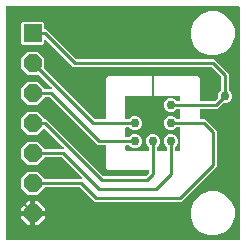
<source format=gbr>
G04 EAGLE Gerber RS-274X export*
G75*
%MOMM*%
%FSLAX34Y34*%
%LPD*%
%INBottom Copper*%
%IPPOS*%
%AMOC8*
5,1,8,0,0,1.08239X$1,22.5*%
G01*
%ADD10R,1.524000X1.524000*%
%ADD11P,1.649562X8X22.500000*%
%ADD12C,0.254000*%
%ADD13C,0.762000*%
%ADD14C,0.203200*%

G36*
X199702Y2549D02*
X199702Y2549D01*
X199760Y2547D01*
X199842Y2569D01*
X199926Y2581D01*
X199979Y2604D01*
X200035Y2619D01*
X200108Y2662D01*
X200185Y2697D01*
X200230Y2735D01*
X200280Y2764D01*
X200338Y2826D01*
X200402Y2880D01*
X200434Y2929D01*
X200474Y2972D01*
X200513Y3047D01*
X200560Y3117D01*
X200577Y3173D01*
X200604Y3225D01*
X200615Y3293D01*
X200645Y3388D01*
X200648Y3488D01*
X200659Y3556D01*
X200659Y199644D01*
X200651Y199702D01*
X200653Y199760D01*
X200631Y199842D01*
X200619Y199926D01*
X200596Y199979D01*
X200581Y200035D01*
X200538Y200108D01*
X200503Y200185D01*
X200465Y200230D01*
X200436Y200280D01*
X200374Y200338D01*
X200320Y200402D01*
X200271Y200434D01*
X200228Y200474D01*
X200153Y200513D01*
X200083Y200560D01*
X200027Y200577D01*
X199975Y200604D01*
X199907Y200615D01*
X199812Y200645D01*
X199712Y200648D01*
X199644Y200659D01*
X3556Y200659D01*
X3498Y200651D01*
X3440Y200653D01*
X3358Y200631D01*
X3274Y200619D01*
X3221Y200596D01*
X3165Y200581D01*
X3092Y200538D01*
X3015Y200503D01*
X2970Y200465D01*
X2920Y200436D01*
X2862Y200374D01*
X2798Y200320D01*
X2766Y200271D01*
X2726Y200228D01*
X2687Y200153D01*
X2640Y200083D01*
X2623Y200027D01*
X2596Y199975D01*
X2585Y199907D01*
X2555Y199812D01*
X2552Y199712D01*
X2541Y199644D01*
X2541Y3556D01*
X2549Y3498D01*
X2547Y3440D01*
X2569Y3358D01*
X2581Y3274D01*
X2604Y3221D01*
X2619Y3165D01*
X2662Y3092D01*
X2697Y3015D01*
X2735Y2970D01*
X2764Y2920D01*
X2826Y2862D01*
X2880Y2798D01*
X2929Y2766D01*
X2972Y2726D01*
X3047Y2687D01*
X3117Y2640D01*
X3173Y2623D01*
X3225Y2596D01*
X3293Y2585D01*
X3388Y2555D01*
X3488Y2552D01*
X3556Y2541D01*
X199644Y2541D01*
X199702Y2549D01*
G37*
%LPC*%
G36*
X77372Y34797D02*
X77372Y34797D01*
X64969Y47200D01*
X64900Y47252D01*
X64836Y47312D01*
X64786Y47338D01*
X64742Y47371D01*
X64660Y47402D01*
X64582Y47442D01*
X64535Y47450D01*
X64476Y47472D01*
X64329Y47484D01*
X64251Y47497D01*
X36068Y47497D01*
X36010Y47489D01*
X35952Y47491D01*
X35870Y47469D01*
X35786Y47457D01*
X35733Y47434D01*
X35677Y47419D01*
X35604Y47376D01*
X35527Y47341D01*
X35482Y47303D01*
X35432Y47274D01*
X35374Y47212D01*
X35310Y47158D01*
X35278Y47109D01*
X35238Y47066D01*
X35199Y46991D01*
X35152Y46921D01*
X35143Y46892D01*
X29398Y41147D01*
X21402Y41147D01*
X15747Y46802D01*
X15747Y54798D01*
X21402Y60453D01*
X29398Y60453D01*
X35141Y54710D01*
X35174Y54654D01*
X35209Y54577D01*
X35247Y54532D01*
X35276Y54482D01*
X35338Y54424D01*
X35392Y54360D01*
X35441Y54328D01*
X35484Y54288D01*
X35559Y54249D01*
X35629Y54202D01*
X35685Y54185D01*
X35737Y54158D01*
X35805Y54147D01*
X35900Y54117D01*
X36000Y54114D01*
X36068Y54103D01*
X65775Y54103D01*
X65805Y54107D01*
X65834Y54104D01*
X65945Y54127D01*
X66057Y54143D01*
X66084Y54155D01*
X66112Y54160D01*
X66213Y54212D01*
X66316Y54259D01*
X66339Y54278D01*
X66365Y54291D01*
X66447Y54369D01*
X66533Y54442D01*
X66550Y54467D01*
X66571Y54487D01*
X66628Y54585D01*
X66691Y54679D01*
X66700Y54707D01*
X66715Y54732D01*
X66743Y54842D01*
X66777Y54950D01*
X66778Y54980D01*
X66785Y55008D01*
X66781Y55121D01*
X66784Y55234D01*
X66777Y55263D01*
X66776Y55292D01*
X66741Y55400D01*
X66712Y55509D01*
X66697Y55535D01*
X66688Y55563D01*
X66643Y55626D01*
X66567Y55754D01*
X66521Y55797D01*
X66493Y55836D01*
X49729Y72600D01*
X49659Y72652D01*
X49596Y72712D01*
X49546Y72738D01*
X49502Y72771D01*
X49420Y72802D01*
X49342Y72842D01*
X49295Y72850D01*
X49236Y72872D01*
X49089Y72884D01*
X49011Y72897D01*
X36068Y72897D01*
X36010Y72889D01*
X35952Y72891D01*
X35870Y72869D01*
X35786Y72857D01*
X35733Y72834D01*
X35677Y72819D01*
X35604Y72776D01*
X35527Y72741D01*
X35482Y72703D01*
X35432Y72674D01*
X35374Y72612D01*
X35310Y72558D01*
X35278Y72509D01*
X35238Y72466D01*
X35199Y72391D01*
X35152Y72321D01*
X35143Y72292D01*
X29398Y66547D01*
X21402Y66547D01*
X15747Y72202D01*
X15747Y80198D01*
X21402Y85853D01*
X29398Y85853D01*
X35141Y80110D01*
X35174Y80054D01*
X35209Y79977D01*
X35247Y79932D01*
X35276Y79882D01*
X35338Y79824D01*
X35392Y79760D01*
X35441Y79728D01*
X35484Y79688D01*
X35559Y79649D01*
X35629Y79602D01*
X35685Y79585D01*
X35737Y79558D01*
X35805Y79547D01*
X35900Y79517D01*
X36000Y79514D01*
X36068Y79503D01*
X50535Y79503D01*
X50565Y79507D01*
X50594Y79504D01*
X50705Y79527D01*
X50817Y79543D01*
X50844Y79555D01*
X50872Y79560D01*
X50973Y79612D01*
X51076Y79659D01*
X51099Y79678D01*
X51125Y79691D01*
X51207Y79769D01*
X51293Y79842D01*
X51310Y79867D01*
X51331Y79887D01*
X51388Y79985D01*
X51451Y80079D01*
X51460Y80107D01*
X51475Y80132D01*
X51503Y80242D01*
X51537Y80350D01*
X51538Y80380D01*
X51545Y80408D01*
X51541Y80521D01*
X51544Y80634D01*
X51537Y80663D01*
X51536Y80692D01*
X51501Y80800D01*
X51472Y80909D01*
X51457Y80935D01*
X51448Y80963D01*
X51403Y81026D01*
X51327Y81154D01*
X51281Y81197D01*
X51253Y81236D01*
X35688Y96801D01*
X35641Y96836D01*
X35601Y96879D01*
X35528Y96921D01*
X35461Y96972D01*
X35406Y96993D01*
X35356Y97022D01*
X35274Y97043D01*
X35195Y97073D01*
X35137Y97078D01*
X35080Y97093D01*
X34996Y97090D01*
X34912Y97097D01*
X34855Y97085D01*
X34796Y97084D01*
X34716Y97058D01*
X34633Y97041D01*
X34581Y97014D01*
X34526Y96996D01*
X34469Y96956D01*
X34381Y96910D01*
X34308Y96841D01*
X34252Y96801D01*
X29398Y91947D01*
X21402Y91947D01*
X15747Y97602D01*
X15747Y105598D01*
X21402Y111253D01*
X29398Y111253D01*
X35141Y105510D01*
X35174Y105454D01*
X35209Y105377D01*
X35247Y105332D01*
X35276Y105282D01*
X35338Y105224D01*
X35392Y105160D01*
X35441Y105128D01*
X35484Y105088D01*
X35559Y105049D01*
X35629Y105002D01*
X35685Y104985D01*
X35737Y104958D01*
X35805Y104947D01*
X35900Y104917D01*
X36000Y104914D01*
X36068Y104903D01*
X36928Y104903D01*
X84891Y56940D01*
X84960Y56888D01*
X85024Y56828D01*
X85074Y56802D01*
X85118Y56769D01*
X85200Y56738D01*
X85278Y56698D01*
X85325Y56690D01*
X85384Y56668D01*
X85531Y56656D01*
X85609Y56643D01*
X120131Y56643D01*
X120218Y56655D01*
X120305Y56658D01*
X120358Y56675D01*
X120413Y56683D01*
X120493Y56718D01*
X120576Y56745D01*
X120615Y56773D01*
X120672Y56799D01*
X120786Y56895D01*
X120849Y56940D01*
X123400Y59491D01*
X123452Y59560D01*
X123512Y59624D01*
X123538Y59674D01*
X123571Y59718D01*
X123602Y59800D01*
X123642Y59878D01*
X123650Y59925D01*
X123672Y59984D01*
X123684Y60131D01*
X123697Y60209D01*
X123697Y61088D01*
X123689Y61146D01*
X123691Y61204D01*
X123669Y61286D01*
X123657Y61370D01*
X123634Y61423D01*
X123619Y61479D01*
X123576Y61552D01*
X123541Y61629D01*
X123503Y61674D01*
X123474Y61724D01*
X123412Y61782D01*
X123358Y61846D01*
X123309Y61878D01*
X123266Y61918D01*
X123191Y61957D01*
X123121Y62004D01*
X123065Y62021D01*
X123013Y62048D01*
X122945Y62059D01*
X122850Y62089D01*
X122750Y62092D01*
X122682Y62103D01*
X102864Y62103D01*
X102856Y62102D01*
X88694Y62102D01*
X87502Y63294D01*
X87502Y77458D01*
X87503Y77464D01*
X87503Y82042D01*
X87495Y82100D01*
X87497Y82158D01*
X87475Y82240D01*
X87463Y82324D01*
X87440Y82377D01*
X87425Y82433D01*
X87382Y82506D01*
X87347Y82583D01*
X87309Y82628D01*
X87280Y82678D01*
X87218Y82736D01*
X87164Y82800D01*
X87115Y82832D01*
X87072Y82872D01*
X86997Y82911D01*
X86927Y82958D01*
X86871Y82975D01*
X86819Y83002D01*
X86751Y83013D01*
X86656Y83043D01*
X86556Y83046D01*
X86488Y83057D01*
X79912Y83057D01*
X39569Y123400D01*
X39500Y123452D01*
X39436Y123512D01*
X39386Y123538D01*
X39342Y123571D01*
X39260Y123602D01*
X39182Y123642D01*
X39135Y123650D01*
X39076Y123672D01*
X38929Y123684D01*
X38851Y123697D01*
X36068Y123697D01*
X36010Y123689D01*
X35952Y123691D01*
X35870Y123669D01*
X35786Y123657D01*
X35733Y123634D01*
X35677Y123619D01*
X35604Y123576D01*
X35527Y123541D01*
X35482Y123503D01*
X35432Y123474D01*
X35374Y123412D01*
X35310Y123358D01*
X35278Y123309D01*
X35238Y123266D01*
X35199Y123191D01*
X35152Y123121D01*
X35143Y123092D01*
X29398Y117347D01*
X21402Y117347D01*
X15747Y123002D01*
X15747Y130998D01*
X21402Y136653D01*
X29398Y136653D01*
X35141Y130910D01*
X35174Y130854D01*
X35209Y130777D01*
X35247Y130732D01*
X35276Y130682D01*
X35338Y130624D01*
X35392Y130560D01*
X35441Y130528D01*
X35484Y130488D01*
X35559Y130449D01*
X35629Y130402D01*
X35685Y130385D01*
X35737Y130358D01*
X35805Y130347D01*
X35900Y130317D01*
X36000Y130314D01*
X36068Y130303D01*
X40375Y130303D01*
X40405Y130307D01*
X40434Y130304D01*
X40545Y130327D01*
X40657Y130343D01*
X40684Y130355D01*
X40712Y130360D01*
X40813Y130412D01*
X40916Y130459D01*
X40939Y130478D01*
X40965Y130491D01*
X41047Y130569D01*
X41133Y130642D01*
X41150Y130667D01*
X41171Y130687D01*
X41228Y130785D01*
X41291Y130879D01*
X41300Y130907D01*
X41315Y130932D01*
X41343Y131042D01*
X41377Y131150D01*
X41378Y131180D01*
X41385Y131208D01*
X41381Y131321D01*
X41384Y131434D01*
X41377Y131463D01*
X41376Y131492D01*
X41341Y131600D01*
X41312Y131709D01*
X41297Y131735D01*
X41288Y131763D01*
X41243Y131826D01*
X41167Y131954D01*
X41121Y131997D01*
X41093Y132036D01*
X30608Y142521D01*
X30561Y142556D01*
X30521Y142599D01*
X30448Y142641D01*
X30381Y142692D01*
X30326Y142713D01*
X30276Y142743D01*
X30194Y142763D01*
X30115Y142793D01*
X30057Y142798D01*
X30000Y142813D01*
X29916Y142810D01*
X29832Y142817D01*
X29774Y142805D01*
X29716Y142804D01*
X29636Y142778D01*
X29553Y142761D01*
X29527Y142747D01*
X21402Y142747D01*
X15747Y148402D01*
X15747Y156398D01*
X21402Y162053D01*
X29398Y162053D01*
X35053Y156398D01*
X35053Y148277D01*
X35037Y148214D01*
X35007Y148135D01*
X35002Y148077D01*
X34987Y148020D01*
X34990Y147936D01*
X34983Y147852D01*
X34995Y147794D01*
X34996Y147736D01*
X35022Y147656D01*
X35039Y147573D01*
X35066Y147521D01*
X35084Y147465D01*
X35124Y147409D01*
X35170Y147321D01*
X35239Y147248D01*
X35279Y147192D01*
X77271Y105200D01*
X77340Y105148D01*
X77404Y105088D01*
X77454Y105062D01*
X77498Y105029D01*
X77580Y104998D01*
X77658Y104958D01*
X77705Y104950D01*
X77764Y104928D01*
X77911Y104916D01*
X77989Y104903D01*
X86488Y104903D01*
X86546Y104911D01*
X86604Y104909D01*
X86686Y104931D01*
X86770Y104943D01*
X86823Y104966D01*
X86879Y104981D01*
X86952Y105024D01*
X87029Y105059D01*
X87074Y105097D01*
X87124Y105126D01*
X87182Y105188D01*
X87246Y105242D01*
X87278Y105291D01*
X87318Y105334D01*
X87357Y105409D01*
X87404Y105479D01*
X87421Y105535D01*
X87448Y105587D01*
X87459Y105655D01*
X87489Y105750D01*
X87492Y105850D01*
X87503Y105918D01*
X87503Y125737D01*
X87502Y125745D01*
X87502Y139907D01*
X88693Y141098D01*
X165307Y141098D01*
X166498Y139907D01*
X166498Y121158D01*
X166506Y121100D01*
X166504Y121042D01*
X166526Y120960D01*
X166538Y120876D01*
X166561Y120823D01*
X166576Y120767D01*
X166619Y120694D01*
X166654Y120617D01*
X166692Y120572D01*
X166721Y120522D01*
X166783Y120464D01*
X166837Y120400D01*
X166886Y120368D01*
X166929Y120328D01*
X167004Y120289D01*
X167074Y120242D01*
X167130Y120225D01*
X167182Y120198D01*
X167250Y120187D01*
X167345Y120157D01*
X167445Y120154D01*
X167513Y120143D01*
X178551Y120143D01*
X178638Y120155D01*
X178725Y120158D01*
X178778Y120175D01*
X178833Y120183D01*
X178913Y120218D01*
X178996Y120245D01*
X179035Y120273D01*
X179092Y120299D01*
X179206Y120395D01*
X179269Y120440D01*
X181820Y122991D01*
X181872Y123060D01*
X181932Y123124D01*
X181958Y123174D01*
X181991Y123218D01*
X182022Y123300D01*
X182062Y123378D01*
X182070Y123425D01*
X182092Y123484D01*
X182104Y123631D01*
X182117Y123709D01*
X182117Y125622D01*
X183007Y127770D01*
X184360Y129123D01*
X184412Y129193D01*
X184472Y129256D01*
X184498Y129306D01*
X184531Y129350D01*
X184562Y129432D01*
X184602Y129510D01*
X184610Y129557D01*
X184632Y129616D01*
X184644Y129763D01*
X184657Y129841D01*
X184657Y140451D01*
X184645Y140538D01*
X184642Y140625D01*
X184625Y140678D01*
X184617Y140733D01*
X184582Y140813D01*
X184555Y140896D01*
X184527Y140935D01*
X184501Y140992D01*
X184405Y141106D01*
X184360Y141169D01*
X176729Y148800D01*
X176660Y148852D01*
X176596Y148912D01*
X176546Y148938D01*
X176502Y148971D01*
X176420Y149002D01*
X176342Y149042D01*
X176295Y149050D01*
X176236Y149072D01*
X176089Y149084D01*
X176011Y149097D01*
X59592Y149097D01*
X36786Y171903D01*
X36762Y171921D01*
X36743Y171943D01*
X36649Y172006D01*
X36559Y172074D01*
X36531Y172085D01*
X36507Y172101D01*
X36399Y172135D01*
X36293Y172175D01*
X36264Y172178D01*
X36236Y172187D01*
X36122Y172190D01*
X36010Y172199D01*
X35981Y172193D01*
X35952Y172194D01*
X35842Y172165D01*
X35731Y172143D01*
X35705Y172130D01*
X35677Y172122D01*
X35579Y172064D01*
X35479Y172012D01*
X35457Y171992D01*
X35432Y171977D01*
X35355Y171894D01*
X35273Y171816D01*
X35258Y171791D01*
X35238Y171770D01*
X35186Y171669D01*
X35129Y171571D01*
X35122Y171543D01*
X35108Y171517D01*
X35095Y171439D01*
X35059Y171296D01*
X35061Y171233D01*
X35053Y171185D01*
X35053Y169338D01*
X33862Y168147D01*
X16938Y168147D01*
X15747Y169338D01*
X15747Y186262D01*
X16938Y187453D01*
X33862Y187453D01*
X35053Y186262D01*
X35053Y182118D01*
X35061Y182060D01*
X35059Y182002D01*
X35081Y181920D01*
X35093Y181836D01*
X35116Y181783D01*
X35131Y181727D01*
X35174Y181654D01*
X35209Y181577D01*
X35247Y181532D01*
X35276Y181482D01*
X35338Y181424D01*
X35392Y181360D01*
X35441Y181328D01*
X35484Y181288D01*
X35559Y181249D01*
X35629Y181202D01*
X35685Y181185D01*
X35737Y181158D01*
X35805Y181147D01*
X35900Y181117D01*
X36000Y181114D01*
X36068Y181103D01*
X36928Y181103D01*
X39160Y178871D01*
X62031Y156000D01*
X62101Y155948D01*
X62164Y155888D01*
X62214Y155862D01*
X62258Y155829D01*
X62340Y155798D01*
X62418Y155758D01*
X62465Y155750D01*
X62524Y155728D01*
X62671Y155716D01*
X62749Y155703D01*
X179168Y155703D01*
X191263Y143608D01*
X191263Y129841D01*
X191275Y129754D01*
X191278Y129667D01*
X191295Y129614D01*
X191303Y129559D01*
X191338Y129479D01*
X191365Y129396D01*
X191393Y129357D01*
X191419Y129300D01*
X191515Y129187D01*
X191560Y129123D01*
X192913Y127770D01*
X193803Y125622D01*
X193803Y123298D01*
X192913Y121150D01*
X191270Y119507D01*
X189122Y118617D01*
X187209Y118617D01*
X187122Y118605D01*
X187035Y118602D01*
X186982Y118585D01*
X186927Y118577D01*
X186847Y118542D01*
X186764Y118515D01*
X186725Y118487D01*
X186668Y118461D01*
X186554Y118365D01*
X186491Y118320D01*
X181708Y113537D01*
X167513Y113537D01*
X167455Y113529D01*
X167397Y113531D01*
X167315Y113509D01*
X167231Y113497D01*
X167178Y113474D01*
X167122Y113459D01*
X167049Y113416D01*
X166972Y113381D01*
X166927Y113343D01*
X166877Y113314D01*
X166819Y113252D01*
X166755Y113198D01*
X166723Y113149D01*
X166683Y113106D01*
X166644Y113031D01*
X166597Y112961D01*
X166580Y112905D01*
X166553Y112853D01*
X166542Y112785D01*
X166512Y112690D01*
X166509Y112590D01*
X166498Y112522D01*
X166498Y105918D01*
X166506Y105860D01*
X166504Y105802D01*
X166526Y105720D01*
X166538Y105636D01*
X166561Y105583D01*
X166576Y105527D01*
X166619Y105454D01*
X166654Y105377D01*
X166692Y105332D01*
X166721Y105282D01*
X166783Y105224D01*
X166837Y105160D01*
X166886Y105128D01*
X166929Y105088D01*
X167004Y105049D01*
X167074Y105002D01*
X167130Y104985D01*
X167182Y104958D01*
X167250Y104947D01*
X167345Y104917D01*
X167445Y104914D01*
X167513Y104903D01*
X171548Y104903D01*
X181103Y95348D01*
X181103Y64672D01*
X151228Y34797D01*
X77372Y34797D01*
G37*
%LPD*%
G36*
X122740Y78241D02*
X122740Y78241D01*
X122798Y78239D01*
X122880Y78261D01*
X122964Y78273D01*
X123017Y78296D01*
X123073Y78311D01*
X123146Y78354D01*
X123223Y78389D01*
X123268Y78427D01*
X123318Y78456D01*
X123376Y78518D01*
X123440Y78572D01*
X123472Y78621D01*
X123512Y78664D01*
X123551Y78739D01*
X123598Y78809D01*
X123615Y78865D01*
X123642Y78917D01*
X123653Y78985D01*
X123683Y79080D01*
X123686Y79180D01*
X123697Y79248D01*
X123697Y80979D01*
X123685Y81066D01*
X123682Y81153D01*
X123665Y81206D01*
X123657Y81261D01*
X123622Y81341D01*
X123595Y81424D01*
X123567Y81463D01*
X123541Y81520D01*
X123445Y81634D01*
X123400Y81697D01*
X122047Y83050D01*
X121157Y85198D01*
X121157Y87522D01*
X122047Y89670D01*
X123690Y91313D01*
X125838Y92203D01*
X128162Y92203D01*
X130310Y91313D01*
X131953Y89670D01*
X132843Y87522D01*
X132843Y85198D01*
X131953Y83050D01*
X130600Y81697D01*
X130548Y81627D01*
X130488Y81564D01*
X130462Y81514D01*
X130429Y81470D01*
X130398Y81388D01*
X130358Y81310D01*
X130350Y81263D01*
X130328Y81204D01*
X130316Y81057D01*
X130303Y80979D01*
X130303Y79248D01*
X130311Y79190D01*
X130309Y79132D01*
X130331Y79050D01*
X130343Y78966D01*
X130366Y78913D01*
X130381Y78857D01*
X130424Y78784D01*
X130459Y78707D01*
X130497Y78662D01*
X130526Y78612D01*
X130588Y78554D01*
X130642Y78490D01*
X130691Y78458D01*
X130734Y78418D01*
X130809Y78379D01*
X130879Y78332D01*
X130935Y78315D01*
X130987Y78288D01*
X131055Y78277D01*
X131150Y78247D01*
X131250Y78244D01*
X131318Y78233D01*
X137922Y78233D01*
X137980Y78241D01*
X138038Y78239D01*
X138120Y78261D01*
X138204Y78273D01*
X138257Y78296D01*
X138313Y78311D01*
X138386Y78354D01*
X138463Y78389D01*
X138508Y78427D01*
X138558Y78456D01*
X138616Y78518D01*
X138680Y78572D01*
X138712Y78621D01*
X138752Y78664D01*
X138791Y78739D01*
X138838Y78809D01*
X138855Y78865D01*
X138882Y78917D01*
X138893Y78985D01*
X138923Y79080D01*
X138926Y79180D01*
X138937Y79248D01*
X138937Y80979D01*
X138925Y81066D01*
X138922Y81153D01*
X138905Y81206D01*
X138897Y81261D01*
X138862Y81341D01*
X138835Y81424D01*
X138807Y81463D01*
X138781Y81520D01*
X138685Y81634D01*
X138640Y81697D01*
X137287Y83050D01*
X136397Y85198D01*
X136397Y87522D01*
X137287Y89670D01*
X138930Y91313D01*
X141078Y92203D01*
X143402Y92203D01*
X145550Y91313D01*
X147193Y89670D01*
X148083Y87522D01*
X148083Y85198D01*
X147193Y83050D01*
X145840Y81697D01*
X145788Y81627D01*
X145728Y81564D01*
X145702Y81514D01*
X145669Y81470D01*
X145638Y81388D01*
X145598Y81310D01*
X145590Y81263D01*
X145568Y81204D01*
X145556Y81057D01*
X145543Y80979D01*
X145543Y79248D01*
X145551Y79190D01*
X145549Y79132D01*
X145571Y79050D01*
X145583Y78966D01*
X145606Y78913D01*
X145621Y78857D01*
X145664Y78784D01*
X145699Y78707D01*
X145737Y78662D01*
X145766Y78612D01*
X145828Y78554D01*
X145882Y78490D01*
X145931Y78458D01*
X145974Y78418D01*
X146049Y78379D01*
X146119Y78332D01*
X146175Y78315D01*
X146227Y78288D01*
X146295Y78277D01*
X146390Y78247D01*
X146490Y78244D01*
X146558Y78233D01*
X149353Y78233D01*
X149411Y78241D01*
X149469Y78239D01*
X149551Y78261D01*
X149635Y78273D01*
X149688Y78296D01*
X149744Y78311D01*
X149817Y78354D01*
X149894Y78389D01*
X149939Y78427D01*
X149989Y78456D01*
X150047Y78518D01*
X150111Y78572D01*
X150143Y78621D01*
X150183Y78664D01*
X150222Y78739D01*
X150269Y78809D01*
X150286Y78865D01*
X150313Y78917D01*
X150324Y78985D01*
X150354Y79080D01*
X150357Y79180D01*
X150368Y79248D01*
X150368Y97282D01*
X150360Y97340D01*
X150362Y97398D01*
X150340Y97480D01*
X150328Y97564D01*
X150305Y97617D01*
X150290Y97673D01*
X150247Y97746D01*
X150212Y97823D01*
X150174Y97868D01*
X150145Y97918D01*
X150083Y97976D01*
X150029Y98040D01*
X149980Y98072D01*
X149937Y98112D01*
X149862Y98151D01*
X149792Y98198D01*
X149736Y98215D01*
X149684Y98242D01*
X149616Y98253D01*
X149521Y98283D01*
X149421Y98286D01*
X149353Y98297D01*
X147621Y98297D01*
X147534Y98285D01*
X147447Y98282D01*
X147394Y98265D01*
X147339Y98257D01*
X147259Y98222D01*
X147176Y98195D01*
X147137Y98167D01*
X147080Y98141D01*
X146966Y98045D01*
X146903Y98000D01*
X145550Y96647D01*
X143402Y95757D01*
X141078Y95757D01*
X138930Y96647D01*
X137287Y98290D01*
X136397Y100438D01*
X136397Y102762D01*
X137287Y104910D01*
X138930Y106553D01*
X141078Y107443D01*
X143402Y107443D01*
X145550Y106553D01*
X146903Y105200D01*
X146973Y105148D01*
X147036Y105088D01*
X147086Y105062D01*
X147130Y105029D01*
X147212Y104998D01*
X147290Y104958D01*
X147337Y104950D01*
X147396Y104928D01*
X147543Y104916D01*
X147621Y104903D01*
X149353Y104903D01*
X149411Y104911D01*
X149469Y104909D01*
X149551Y104931D01*
X149635Y104943D01*
X149688Y104966D01*
X149744Y104981D01*
X149817Y105024D01*
X149894Y105059D01*
X149939Y105097D01*
X149989Y105126D01*
X150047Y105188D01*
X150111Y105242D01*
X150143Y105291D01*
X150183Y105334D01*
X150222Y105409D01*
X150269Y105479D01*
X150286Y105535D01*
X150313Y105587D01*
X150324Y105655D01*
X150354Y105750D01*
X150357Y105850D01*
X150368Y105918D01*
X150368Y112522D01*
X150360Y112580D01*
X150362Y112638D01*
X150340Y112720D01*
X150328Y112804D01*
X150305Y112857D01*
X150290Y112913D01*
X150247Y112986D01*
X150212Y113063D01*
X150174Y113108D01*
X150145Y113158D01*
X150083Y113216D01*
X150029Y113280D01*
X149980Y113312D01*
X149937Y113352D01*
X149862Y113391D01*
X149792Y113438D01*
X149736Y113455D01*
X149684Y113482D01*
X149616Y113493D01*
X149521Y113523D01*
X149421Y113526D01*
X149353Y113537D01*
X147621Y113537D01*
X147534Y113525D01*
X147447Y113522D01*
X147394Y113505D01*
X147339Y113497D01*
X147259Y113462D01*
X147176Y113435D01*
X147137Y113407D01*
X147080Y113381D01*
X146967Y113285D01*
X146903Y113240D01*
X145550Y111887D01*
X143402Y110997D01*
X141078Y110997D01*
X138930Y111887D01*
X137287Y113530D01*
X136397Y115678D01*
X136397Y118002D01*
X137287Y120150D01*
X138930Y121793D01*
X141078Y122683D01*
X143402Y122683D01*
X145550Y121793D01*
X146903Y120440D01*
X146973Y120388D01*
X147036Y120328D01*
X147086Y120302D01*
X147130Y120269D01*
X147212Y120238D01*
X147290Y120198D01*
X147337Y120190D01*
X147396Y120168D01*
X147543Y120156D01*
X147621Y120143D01*
X149353Y120143D01*
X149411Y120151D01*
X149469Y120149D01*
X149551Y120171D01*
X149635Y120183D01*
X149688Y120206D01*
X149744Y120221D01*
X149817Y120264D01*
X149894Y120299D01*
X149939Y120337D01*
X149989Y120366D01*
X150047Y120428D01*
X150111Y120482D01*
X150143Y120531D01*
X150183Y120574D01*
X150222Y120649D01*
X150269Y120719D01*
X150286Y120775D01*
X150313Y120827D01*
X150324Y120895D01*
X150354Y120990D01*
X150357Y121090D01*
X150368Y121158D01*
X150368Y123953D01*
X150360Y124011D01*
X150362Y124069D01*
X150340Y124151D01*
X150328Y124235D01*
X150305Y124288D01*
X150290Y124344D01*
X150247Y124417D01*
X150212Y124494D01*
X150174Y124539D01*
X150145Y124589D01*
X150083Y124647D01*
X150029Y124711D01*
X149980Y124743D01*
X149937Y124783D01*
X149862Y124822D01*
X149792Y124869D01*
X149736Y124886D01*
X149684Y124913D01*
X149616Y124924D01*
X149521Y124954D01*
X149421Y124957D01*
X149353Y124968D01*
X104648Y124968D01*
X104590Y124960D01*
X104532Y124962D01*
X104450Y124940D01*
X104366Y124928D01*
X104313Y124905D01*
X104257Y124890D01*
X104184Y124847D01*
X104107Y124812D01*
X104062Y124774D01*
X104012Y124745D01*
X103954Y124683D01*
X103890Y124629D01*
X103858Y124580D01*
X103818Y124537D01*
X103779Y124462D01*
X103732Y124392D01*
X103715Y124336D01*
X103688Y124284D01*
X103677Y124216D01*
X103647Y124121D01*
X103644Y124021D01*
X103633Y123953D01*
X103633Y105918D01*
X103641Y105860D01*
X103639Y105802D01*
X103661Y105720D01*
X103673Y105636D01*
X103696Y105583D01*
X103711Y105527D01*
X103754Y105454D01*
X103789Y105377D01*
X103827Y105332D01*
X103856Y105282D01*
X103918Y105224D01*
X103972Y105160D01*
X104021Y105128D01*
X104064Y105088D01*
X104139Y105049D01*
X104209Y105002D01*
X104265Y104985D01*
X104317Y104958D01*
X104385Y104947D01*
X104480Y104917D01*
X104580Y104914D01*
X104648Y104903D01*
X106379Y104903D01*
X106466Y104915D01*
X106553Y104918D01*
X106606Y104935D01*
X106661Y104943D01*
X106741Y104978D01*
X106824Y105005D01*
X106863Y105033D01*
X106920Y105059D01*
X107034Y105155D01*
X107097Y105200D01*
X108450Y106553D01*
X110598Y107443D01*
X112922Y107443D01*
X115070Y106553D01*
X116713Y104910D01*
X117603Y102762D01*
X117603Y100438D01*
X116713Y98290D01*
X115070Y96647D01*
X112922Y95757D01*
X110598Y95757D01*
X108450Y96647D01*
X107097Y98000D01*
X107027Y98052D01*
X106964Y98112D01*
X106914Y98138D01*
X106870Y98171D01*
X106788Y98202D01*
X106710Y98242D01*
X106663Y98250D01*
X106604Y98272D01*
X106457Y98284D01*
X106379Y98297D01*
X104648Y98297D01*
X104590Y98289D01*
X104532Y98291D01*
X104450Y98269D01*
X104366Y98257D01*
X104313Y98234D01*
X104257Y98219D01*
X104184Y98176D01*
X104107Y98141D01*
X104062Y98103D01*
X104012Y98074D01*
X103954Y98012D01*
X103890Y97958D01*
X103858Y97909D01*
X103818Y97866D01*
X103779Y97791D01*
X103732Y97721D01*
X103715Y97665D01*
X103688Y97613D01*
X103677Y97545D01*
X103647Y97450D01*
X103644Y97350D01*
X103633Y97282D01*
X103633Y90678D01*
X103641Y90620D01*
X103639Y90562D01*
X103661Y90480D01*
X103673Y90396D01*
X103696Y90343D01*
X103711Y90287D01*
X103754Y90214D01*
X103789Y90137D01*
X103827Y90092D01*
X103856Y90042D01*
X103918Y89984D01*
X103972Y89920D01*
X104021Y89888D01*
X104064Y89848D01*
X104139Y89809D01*
X104209Y89762D01*
X104265Y89745D01*
X104317Y89718D01*
X104385Y89707D01*
X104480Y89677D01*
X104580Y89674D01*
X104648Y89663D01*
X106379Y89663D01*
X106466Y89675D01*
X106553Y89678D01*
X106606Y89695D01*
X106661Y89703D01*
X106741Y89738D01*
X106824Y89765D01*
X106863Y89793D01*
X106920Y89819D01*
X107034Y89915D01*
X107097Y89960D01*
X108450Y91313D01*
X110598Y92203D01*
X112922Y92203D01*
X115070Y91313D01*
X116713Y89670D01*
X117603Y87522D01*
X117603Y85198D01*
X116713Y83050D01*
X115070Y81407D01*
X112922Y80517D01*
X110598Y80517D01*
X108450Y81407D01*
X107097Y82760D01*
X107027Y82812D01*
X106964Y82872D01*
X106914Y82898D01*
X106870Y82931D01*
X106788Y82962D01*
X106710Y83002D01*
X106663Y83010D01*
X106604Y83032D01*
X106457Y83044D01*
X106379Y83057D01*
X104648Y83057D01*
X104590Y83049D01*
X104532Y83051D01*
X104450Y83029D01*
X104366Y83017D01*
X104313Y82994D01*
X104257Y82979D01*
X104184Y82936D01*
X104107Y82901D01*
X104062Y82863D01*
X104012Y82834D01*
X103954Y82772D01*
X103890Y82718D01*
X103858Y82669D01*
X103818Y82626D01*
X103779Y82551D01*
X103732Y82481D01*
X103715Y82425D01*
X103688Y82373D01*
X103677Y82305D01*
X103647Y82210D01*
X103644Y82110D01*
X103633Y82042D01*
X103633Y79248D01*
X103641Y79190D01*
X103639Y79132D01*
X103661Y79050D01*
X103673Y78966D01*
X103696Y78913D01*
X103711Y78857D01*
X103754Y78784D01*
X103789Y78707D01*
X103827Y78662D01*
X103856Y78612D01*
X103918Y78554D01*
X103972Y78490D01*
X104021Y78458D01*
X104064Y78418D01*
X104139Y78379D01*
X104209Y78332D01*
X104265Y78315D01*
X104317Y78288D01*
X104385Y78277D01*
X104480Y78247D01*
X104580Y78244D01*
X104648Y78233D01*
X122682Y78233D01*
X122740Y78241D01*
G37*
%LPC*%
G36*
X174112Y159259D02*
X174112Y159259D01*
X167297Y162082D01*
X162082Y167297D01*
X159259Y174112D01*
X159259Y181488D01*
X162082Y188303D01*
X167297Y193518D01*
X174112Y196341D01*
X181488Y196341D01*
X188303Y193518D01*
X193518Y188303D01*
X196341Y181488D01*
X196341Y174112D01*
X193518Y167297D01*
X188303Y162082D01*
X181488Y159259D01*
X174112Y159259D01*
G37*
%LPD*%
%LPC*%
G36*
X174112Y6859D02*
X174112Y6859D01*
X167297Y9682D01*
X162082Y14897D01*
X159259Y21712D01*
X159259Y29088D01*
X162082Y35903D01*
X167297Y41118D01*
X174112Y43941D01*
X181488Y43941D01*
X188303Y41118D01*
X193518Y35903D01*
X196341Y29088D01*
X196341Y21712D01*
X193518Y14897D01*
X188303Y9682D01*
X181488Y6859D01*
X174112Y6859D01*
G37*
%LPD*%
%LPC*%
G36*
X27431Y27431D02*
X27431Y27431D01*
X27431Y35561D01*
X29609Y35561D01*
X35561Y29609D01*
X35561Y27431D01*
X27431Y27431D01*
G37*
%LPD*%
%LPC*%
G36*
X15239Y27431D02*
X15239Y27431D01*
X15239Y29609D01*
X21191Y35561D01*
X23369Y35561D01*
X23369Y27431D01*
X15239Y27431D01*
G37*
%LPD*%
%LPC*%
G36*
X27431Y15239D02*
X27431Y15239D01*
X27431Y23369D01*
X35561Y23369D01*
X35561Y21191D01*
X29609Y15239D01*
X27431Y15239D01*
G37*
%LPD*%
%LPC*%
G36*
X21191Y15239D02*
X21191Y15239D01*
X15239Y21191D01*
X15239Y23369D01*
X23369Y23369D01*
X23369Y15239D01*
X21191Y15239D01*
G37*
%LPD*%
%LPC*%
G36*
X25399Y25399D02*
X25399Y25399D01*
X25399Y25401D01*
X25401Y25401D01*
X25401Y25399D01*
X25399Y25399D01*
G37*
%LPD*%
D10*
X25400Y177800D03*
D11*
X25400Y152400D03*
X25400Y127000D03*
X25400Y101600D03*
X25400Y76200D03*
X25400Y50800D03*
X25400Y25400D03*
D12*
X25400Y76200D02*
X50800Y76200D01*
X81280Y45720D01*
X129540Y45720D01*
X142240Y58420D01*
X142240Y86360D01*
D13*
X142240Y86360D03*
D12*
X127000Y86360D02*
X127000Y58420D01*
X121920Y53340D01*
X83820Y53340D01*
X35560Y101600D01*
X25400Y101600D01*
D13*
X127000Y86360D03*
D14*
X124460Y144780D02*
X53340Y144780D01*
X124460Y144780D02*
X127000Y142240D01*
X53340Y144780D02*
X33020Y165100D01*
X15240Y165100D01*
X10160Y160020D01*
X10160Y40640D01*
X25400Y25400D01*
X127000Y116840D02*
X127000Y142240D01*
D13*
X111760Y116840D03*
X127000Y116840D03*
D12*
X142240Y116840D02*
X180340Y116840D01*
X187960Y124460D01*
X187960Y142240D01*
X177800Y152400D01*
X60960Y152400D01*
X35560Y177800D01*
X25400Y177800D01*
D13*
X142240Y116840D03*
X187960Y124460D03*
D12*
X66040Y50800D02*
X25400Y50800D01*
X66040Y50800D02*
X78740Y38100D01*
X149860Y38100D01*
X177800Y66040D01*
X177800Y93980D01*
X170180Y101600D01*
X142240Y101600D01*
D13*
X142240Y101600D03*
D12*
X111760Y86360D02*
X81280Y86360D01*
X40640Y127000D01*
X25400Y127000D01*
D13*
X111760Y86360D03*
D12*
X111760Y101600D02*
X76200Y101600D01*
X25400Y152400D01*
D13*
X111760Y101600D03*
M02*

</source>
